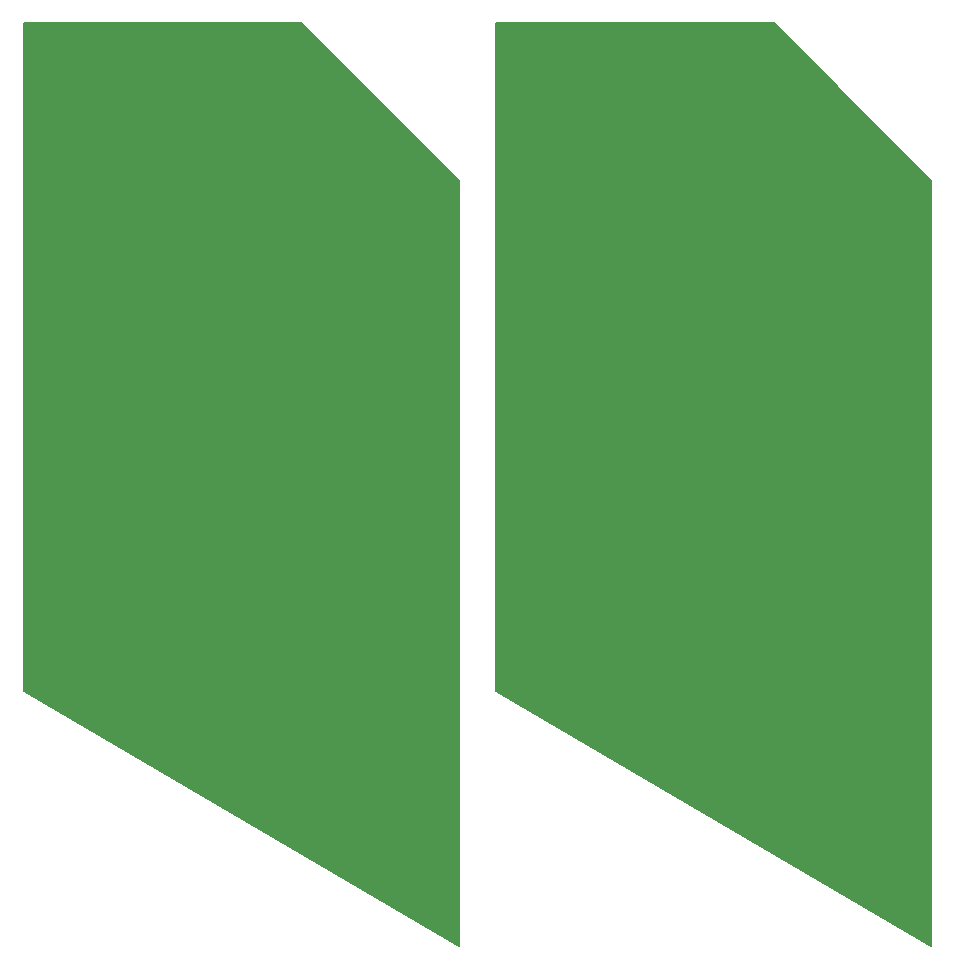
<source format=gts>
G04 #@! TF.GenerationSoftware,KiCad,Pcbnew,5.0.2-bee76a0~70~ubuntu18.04.1*
G04 #@! TF.CreationDate,2019-06-15T01:55:41+09:00*
G04 #@! TF.ProjectId,shield,73686965-6c64-42e6-9b69-6361645f7063,rev?*
G04 #@! TF.SameCoordinates,Original*
G04 #@! TF.FileFunction,Soldermask,Top*
G04 #@! TF.FilePolarity,Negative*
%FSLAX46Y46*%
G04 Gerber Fmt 4.6, Leading zero omitted, Abs format (unit mm)*
G04 Created by KiCad (PCBNEW 5.0.2-bee76a0~70~ubuntu18.04.1) date 2019年06月15日 01時55分41秒*
%MOMM*%
%LPD*%
G01*
G04 APERTURE LIST*
%ADD10C,0.150000*%
%ADD11C,0.100000*%
G04 APERTURE END LIST*
D10*
G36*
X60325000Y-77470000D02*
X60325000Y-20955000D01*
X83820000Y-20955000D01*
X97155000Y-34290000D01*
X97155000Y-99060000D01*
X60325000Y-77470000D01*
G37*
X60325000Y-77470000D02*
X60325000Y-20955000D01*
X83820000Y-20955000D01*
X97155000Y-34290000D01*
X97155000Y-99060000D01*
X60325000Y-77470000D01*
G36*
X100330000Y-77470000D02*
X100330000Y-20955000D01*
X123825000Y-20955000D01*
X137160000Y-34290000D01*
X137160000Y-99060000D01*
X100330000Y-77470000D01*
G37*
X100330000Y-77470000D02*
X100330000Y-20955000D01*
X123825000Y-20955000D01*
X137160000Y-34290000D01*
X137160000Y-99060000D01*
X100330000Y-77470000D01*
D11*
G36*
X93879170Y-90328364D02*
X94204200Y-90462996D01*
X94496725Y-90658455D01*
X94745488Y-90907218D01*
X94940947Y-91199743D01*
X95075579Y-91524773D01*
X95144213Y-91869823D01*
X95144213Y-92221637D01*
X95075579Y-92566687D01*
X94940947Y-92891717D01*
X94745488Y-93184242D01*
X94496725Y-93433005D01*
X94204200Y-93628464D01*
X93879170Y-93763096D01*
X93534120Y-93831730D01*
X93182306Y-93831730D01*
X92837256Y-93763096D01*
X92512226Y-93628464D01*
X92219701Y-93433005D01*
X91970938Y-93184242D01*
X91775479Y-92891717D01*
X91640847Y-92566687D01*
X91572213Y-92221637D01*
X91572213Y-91869823D01*
X91640847Y-91524773D01*
X91775479Y-91199743D01*
X91970938Y-90907218D01*
X92219701Y-90658455D01*
X92512226Y-90462996D01*
X92837256Y-90328364D01*
X93182306Y-90259730D01*
X93534120Y-90259730D01*
X93879170Y-90328364D01*
X93879170Y-90328364D01*
G37*
G36*
X133884170Y-90328364D02*
X134209200Y-90462996D01*
X134501725Y-90658455D01*
X134750488Y-90907218D01*
X134945947Y-91199743D01*
X135080579Y-91524773D01*
X135149213Y-91869823D01*
X135149213Y-92221637D01*
X135080579Y-92566687D01*
X134945947Y-92891717D01*
X134750488Y-93184242D01*
X134501725Y-93433005D01*
X134209200Y-93628464D01*
X133884170Y-93763096D01*
X133539120Y-93831730D01*
X133187306Y-93831730D01*
X132842256Y-93763096D01*
X132517226Y-93628464D01*
X132224701Y-93433005D01*
X131975938Y-93184242D01*
X131780479Y-92891717D01*
X131645847Y-92566687D01*
X131577213Y-92221637D01*
X131577213Y-91869823D01*
X131645847Y-91524773D01*
X131780479Y-91199743D01*
X131975938Y-90907218D01*
X132224701Y-90658455D01*
X132517226Y-90462996D01*
X132842256Y-90328364D01*
X133187306Y-90259730D01*
X133539120Y-90259730D01*
X133884170Y-90328364D01*
X133884170Y-90328364D01*
G37*
G36*
X64669170Y-73818364D02*
X64994200Y-73952996D01*
X65286725Y-74148455D01*
X65535488Y-74397218D01*
X65730947Y-74689743D01*
X65865579Y-75014773D01*
X65934213Y-75359823D01*
X65934213Y-75711637D01*
X65865579Y-76056687D01*
X65730947Y-76381717D01*
X65535488Y-76674242D01*
X65286725Y-76923005D01*
X64994200Y-77118464D01*
X64669170Y-77253096D01*
X64324120Y-77321730D01*
X63972306Y-77321730D01*
X63627256Y-77253096D01*
X63302226Y-77118464D01*
X63009701Y-76923005D01*
X62760938Y-76674242D01*
X62565479Y-76381717D01*
X62430847Y-76056687D01*
X62362213Y-75711637D01*
X62362213Y-75359823D01*
X62430847Y-75014773D01*
X62565479Y-74689743D01*
X62760938Y-74397218D01*
X63009701Y-74148455D01*
X63302226Y-73952996D01*
X63627256Y-73818364D01*
X63972306Y-73749730D01*
X64324120Y-73749730D01*
X64669170Y-73818364D01*
X64669170Y-73818364D01*
G37*
G36*
X104674170Y-73818364D02*
X104999200Y-73952996D01*
X105291725Y-74148455D01*
X105540488Y-74397218D01*
X105735947Y-74689743D01*
X105870579Y-75014773D01*
X105939213Y-75359823D01*
X105939213Y-75711637D01*
X105870579Y-76056687D01*
X105735947Y-76381717D01*
X105540488Y-76674242D01*
X105291725Y-76923005D01*
X104999200Y-77118464D01*
X104674170Y-77253096D01*
X104329120Y-77321730D01*
X103977306Y-77321730D01*
X103632256Y-77253096D01*
X103307226Y-77118464D01*
X103014701Y-76923005D01*
X102765938Y-76674242D01*
X102570479Y-76381717D01*
X102435847Y-76056687D01*
X102367213Y-75711637D01*
X102367213Y-75359823D01*
X102435847Y-75014773D01*
X102570479Y-74689743D01*
X102765938Y-74397218D01*
X103014701Y-74148455D01*
X103307226Y-73952996D01*
X103632256Y-73818364D01*
X103977306Y-73749730D01*
X104329120Y-73749730D01*
X104674170Y-73818364D01*
X104674170Y-73818364D01*
G37*
G36*
X107927834Y-66941032D02*
X108064235Y-66997531D01*
X108186992Y-67079555D01*
X108291388Y-67183951D01*
X108373412Y-67306708D01*
X108429911Y-67443109D01*
X108458713Y-67587911D01*
X108458713Y-67735549D01*
X108429911Y-67880351D01*
X108373412Y-68016752D01*
X108291388Y-68139509D01*
X108186992Y-68243905D01*
X108064235Y-68325929D01*
X107927834Y-68382428D01*
X107783032Y-68411230D01*
X107635394Y-68411230D01*
X107490592Y-68382428D01*
X107354191Y-68325929D01*
X107231434Y-68243905D01*
X107127038Y-68139509D01*
X107045014Y-68016752D01*
X106988515Y-67880351D01*
X106959713Y-67735549D01*
X106959713Y-67587911D01*
X106988515Y-67443109D01*
X107045014Y-67306708D01*
X107127038Y-67183951D01*
X107231434Y-67079555D01*
X107354191Y-66997531D01*
X107490592Y-66941032D01*
X107635394Y-66912230D01*
X107783032Y-66912230D01*
X107927834Y-66941032D01*
X107927834Y-66941032D01*
G37*
G36*
X103863834Y-66941032D02*
X104000235Y-66997531D01*
X104122992Y-67079555D01*
X104227388Y-67183951D01*
X104309412Y-67306708D01*
X104365911Y-67443109D01*
X104394713Y-67587911D01*
X104394713Y-67735549D01*
X104365911Y-67880351D01*
X104309412Y-68016752D01*
X104227388Y-68139509D01*
X104122992Y-68243905D01*
X104000235Y-68325929D01*
X103863834Y-68382428D01*
X103719032Y-68411230D01*
X103571394Y-68411230D01*
X103426592Y-68382428D01*
X103290191Y-68325929D01*
X103167434Y-68243905D01*
X103063038Y-68139509D01*
X102981014Y-68016752D01*
X102924515Y-67880351D01*
X102895713Y-67735549D01*
X102895713Y-67587911D01*
X102924515Y-67443109D01*
X102981014Y-67306708D01*
X103063038Y-67183951D01*
X103167434Y-67079555D01*
X103290191Y-66997531D01*
X103426592Y-66941032D01*
X103571394Y-66912230D01*
X103719032Y-66912230D01*
X103863834Y-66941032D01*
X103863834Y-66941032D01*
G37*
G36*
X105895834Y-66941032D02*
X106032235Y-66997531D01*
X106154992Y-67079555D01*
X106259388Y-67183951D01*
X106341412Y-67306708D01*
X106397911Y-67443109D01*
X106426713Y-67587911D01*
X106426713Y-67735549D01*
X106397911Y-67880351D01*
X106341412Y-68016752D01*
X106259388Y-68139509D01*
X106154992Y-68243905D01*
X106032235Y-68325929D01*
X105895834Y-68382428D01*
X105751032Y-68411230D01*
X105603394Y-68411230D01*
X105458592Y-68382428D01*
X105322191Y-68325929D01*
X105199434Y-68243905D01*
X105095038Y-68139509D01*
X105013014Y-68016752D01*
X104956515Y-67880351D01*
X104927713Y-67735549D01*
X104927713Y-67587911D01*
X104956515Y-67443109D01*
X105013014Y-67306708D01*
X105095038Y-67183951D01*
X105199434Y-67079555D01*
X105322191Y-66997531D01*
X105458592Y-66941032D01*
X105603394Y-66912230D01*
X105751032Y-66912230D01*
X105895834Y-66941032D01*
X105895834Y-66941032D01*
G37*
G36*
X63858834Y-66941032D02*
X63995235Y-66997531D01*
X64117992Y-67079555D01*
X64222388Y-67183951D01*
X64304412Y-67306708D01*
X64360911Y-67443109D01*
X64389713Y-67587911D01*
X64389713Y-67735549D01*
X64360911Y-67880351D01*
X64304412Y-68016752D01*
X64222388Y-68139509D01*
X64117992Y-68243905D01*
X63995235Y-68325929D01*
X63858834Y-68382428D01*
X63714032Y-68411230D01*
X63566394Y-68411230D01*
X63421592Y-68382428D01*
X63285191Y-68325929D01*
X63162434Y-68243905D01*
X63058038Y-68139509D01*
X62976014Y-68016752D01*
X62919515Y-67880351D01*
X62890713Y-67735549D01*
X62890713Y-67587911D01*
X62919515Y-67443109D01*
X62976014Y-67306708D01*
X63058038Y-67183951D01*
X63162434Y-67079555D01*
X63285191Y-66997531D01*
X63421592Y-66941032D01*
X63566394Y-66912230D01*
X63714032Y-66912230D01*
X63858834Y-66941032D01*
X63858834Y-66941032D01*
G37*
G36*
X67922834Y-66941032D02*
X68059235Y-66997531D01*
X68181992Y-67079555D01*
X68286388Y-67183951D01*
X68368412Y-67306708D01*
X68424911Y-67443109D01*
X68453713Y-67587911D01*
X68453713Y-67735549D01*
X68424911Y-67880351D01*
X68368412Y-68016752D01*
X68286388Y-68139509D01*
X68181992Y-68243905D01*
X68059235Y-68325929D01*
X67922834Y-68382428D01*
X67778032Y-68411230D01*
X67630394Y-68411230D01*
X67485592Y-68382428D01*
X67349191Y-68325929D01*
X67226434Y-68243905D01*
X67122038Y-68139509D01*
X67040014Y-68016752D01*
X66983515Y-67880351D01*
X66954713Y-67735549D01*
X66954713Y-67587911D01*
X66983515Y-67443109D01*
X67040014Y-67306708D01*
X67122038Y-67183951D01*
X67226434Y-67079555D01*
X67349191Y-66997531D01*
X67485592Y-66941032D01*
X67630394Y-66912230D01*
X67778032Y-66912230D01*
X67922834Y-66941032D01*
X67922834Y-66941032D01*
G37*
G36*
X65890834Y-66941032D02*
X66027235Y-66997531D01*
X66149992Y-67079555D01*
X66254388Y-67183951D01*
X66336412Y-67306708D01*
X66392911Y-67443109D01*
X66421713Y-67587911D01*
X66421713Y-67735549D01*
X66392911Y-67880351D01*
X66336412Y-68016752D01*
X66254388Y-68139509D01*
X66149992Y-68243905D01*
X66027235Y-68325929D01*
X65890834Y-68382428D01*
X65746032Y-68411230D01*
X65598394Y-68411230D01*
X65453592Y-68382428D01*
X65317191Y-68325929D01*
X65194434Y-68243905D01*
X65090038Y-68139509D01*
X65008014Y-68016752D01*
X64951515Y-67880351D01*
X64922713Y-67735549D01*
X64922713Y-67587911D01*
X64951515Y-67443109D01*
X65008014Y-67306708D01*
X65090038Y-67183951D01*
X65194434Y-67079555D01*
X65317191Y-66997531D01*
X65453592Y-66941032D01*
X65598394Y-66912230D01*
X65746032Y-66912230D01*
X65890834Y-66941032D01*
X65890834Y-66941032D01*
G37*
G36*
X76734170Y-22383364D02*
X77059200Y-22517996D01*
X77351725Y-22713455D01*
X77600488Y-22962218D01*
X77795947Y-23254743D01*
X77930579Y-23579773D01*
X77999213Y-23924823D01*
X77999213Y-24276637D01*
X77930579Y-24621687D01*
X77795947Y-24946717D01*
X77600488Y-25239242D01*
X77351725Y-25488005D01*
X77059200Y-25683464D01*
X76734170Y-25818096D01*
X76389120Y-25886730D01*
X76037306Y-25886730D01*
X75692256Y-25818096D01*
X75367226Y-25683464D01*
X75074701Y-25488005D01*
X74825938Y-25239242D01*
X74630479Y-24946717D01*
X74495847Y-24621687D01*
X74427213Y-24276637D01*
X74427213Y-23924823D01*
X74495847Y-23579773D01*
X74630479Y-23254743D01*
X74825938Y-22962218D01*
X75074701Y-22713455D01*
X75367226Y-22517996D01*
X75692256Y-22383364D01*
X76037306Y-22314730D01*
X76389120Y-22314730D01*
X76734170Y-22383364D01*
X76734170Y-22383364D01*
G37*
G36*
X116739170Y-22383364D02*
X117064200Y-22517996D01*
X117356725Y-22713455D01*
X117605488Y-22962218D01*
X117800947Y-23254743D01*
X117935579Y-23579773D01*
X118004213Y-23924823D01*
X118004213Y-24276637D01*
X117935579Y-24621687D01*
X117800947Y-24946717D01*
X117605488Y-25239242D01*
X117356725Y-25488005D01*
X117064200Y-25683464D01*
X116739170Y-25818096D01*
X116394120Y-25886730D01*
X116042306Y-25886730D01*
X115697256Y-25818096D01*
X115372226Y-25683464D01*
X115079701Y-25488005D01*
X114830938Y-25239242D01*
X114635479Y-24946717D01*
X114500847Y-24621687D01*
X114432213Y-24276637D01*
X114432213Y-23924823D01*
X114500847Y-23579773D01*
X114635479Y-23254743D01*
X114830938Y-22962218D01*
X115079701Y-22713455D01*
X115372226Y-22517996D01*
X115697256Y-22383364D01*
X116042306Y-22314730D01*
X116394120Y-22314730D01*
X116739170Y-22383364D01*
X116739170Y-22383364D01*
G37*
M02*

</source>
